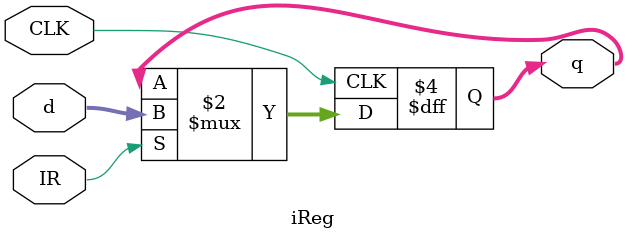
<source format=v>
`timescale 1ns / 1ps

module iReg #(parameter M = 32) (input CLK , IR ,       // Clock signal and register enable
										   input [M-1:0] d ,		  // input data
											output reg [M-1:0] q); // output data
											
always @(posedge CLK) begin
	if(IR)begin						// register with enable
	q <= d;							
	end
end

endmodule

</source>
